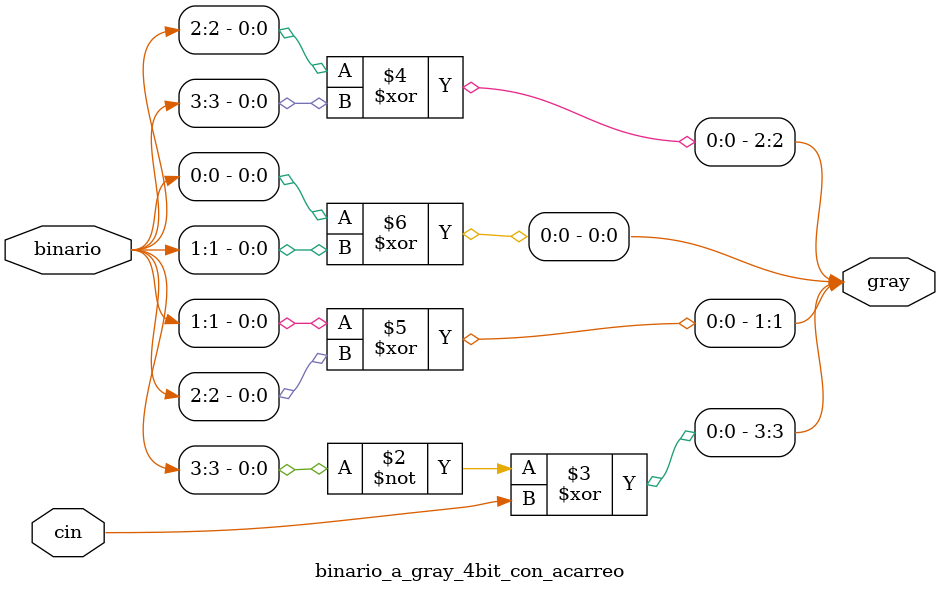
<source format=v>
`timescale 1ns / 1ps

module binario_a_gray_4bit_con_acarreo(input [3:0] binario, input cin, output reg [3:0] gray);
    always @(*) begin
        gray[3] = ~binario[3] ^ cin;
        gray[2] = binario[2] ^ binario[3];
        gray[1] = binario[1] ^ binario[2];
        gray[0] = binario[0] ^ binario[1];
        
    end
endmodule
</source>
